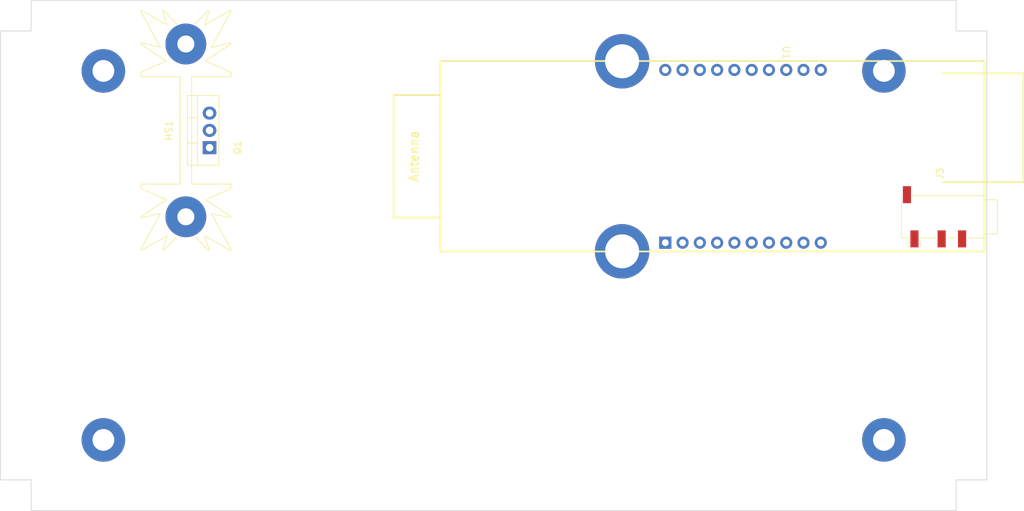
<source format=kicad_pcb>
(kicad_pcb (version 20221018) (generator pcbnew)
  (layers (0 "F.Cu" signal) (31 "B.Cu" signal) (34 "B.Paste" user) (35 "F.Paste" user) (36 "B.SilkS" user "B.Silkscreen") (37 "F.SilkS" user "F.Silkscreen") (38 "B.Mask" user) (39 "F.Mask" user) (44 "Edge.Cuts" user))
  (net 0 "")
  (net 1 "Net-(J2-Pin_1)")
  (net 2 "Net-(J2-Pin_2)")
  (net 3 "Net-(J2-Pin_3)")
  (net 4 "Net-(J2-Pin_4)")
  (footprint "" (layer "F.Cu") (at 167.685 67.66)
    (fp_text reference "" (at 0 0) (layer "F.SilkS") (effects (font (size 1.27 1.27))))
    (fp_text value "" (at 0 0) (layer "F.SilkS") (effects (font (size 1.27 1.27))))
    (pad "1" thru_hole circle (at 0 0) (size 8 8) (drill 5) (layers "*.Cu" "*.Mask"))
  )
  (footprint "" (layer "F.Cu") (at 206.175 69.075)
    (fp_text reference "" (at 0 0) (layer "F.SilkS") (effects (font (size 1.27 1.27))))
    (fp_text value "" (at 0 0) (layer "F.SilkS") (effects (font (size 1.27 1.27))))
    (pad "1" thru_hole circle (at 0 0) (size 6.4 6.4) (drill 3.2) (layers "*.Cu" "*.Mask"))
  )
  (footprint "Heatsink:Heatsink_Fischer_SK104-STC-STIC_35x13mm_2xDrill2.5mm" (layer "F.Cu") (at 103.55 77.82 90)
    (fp_text reference "HS1" (at -0.025 -2.5 90) (layer "F.SilkS"))
    (fp_text value "Heatsink")
    (fp_line (start -17.63 -6.51) (end -15.48 -2.74) (stroke (width 0.12)) (layer "F.SilkS"))
    (fp_line (start -17.63 6.51) (end -15.48 2.74) (stroke (width 0.12)) (layer "F.SilkS"))
    (fp_line (start -17.62 -3.27) (end -15.66 -1.38) (stroke (width 0.12)) (layer "F.SilkS"))
    (fp_line (start -17.62 3.27) (end -15.66 1.38) (stroke (width 0.12)) (layer "F.SilkS"))
    (fp_line (start -17.53 -3.42) (end -17.62 -3.27) (stroke (width 0.12)) (layer "F.SilkS"))
    (fp_line (start -17.53 3.42) (end -17.62 3.27) (stroke (width 0.12)) (layer "F.SilkS"))
    (fp_line (start -17.51 -6.63) (end -17.63 -6.51) (stroke (width 0.12)) (layer "F.SilkS"))
    (fp_line (start -17.51 6.63) (end -17.63 6.51) (stroke (width 0.12)) (layer "F.SilkS"))
    (fp_line (start -15.48 -2.74) (end -17.53 -3.42) (stroke (width 0.12)) (layer "F.SilkS"))
    (fp_line (start -15.48 2.74) (end -17.53 3.42) (stroke (width 0.12)) (layer "F.SilkS"))
    (fp_line (start -12.87 -6.55) (end -12.21 -3.75) (stroke (width 0.12)) (layer "F.SilkS"))
    (fp_line (start -12.87 6.55) (end -12.21 3.75) (stroke (width 0.12)) (layer "F.SilkS"))
    (fp_line (start -12.69 -6.61) (end -12.87 -6.55) (stroke (width 0.12)) (layer "F.SilkS"))
    (fp_line (start -12.69 6.61) (end -12.87 6.55) (stroke (width 0.12)) (layer "F.SilkS"))
    (fp_line (start -12.21 -3.75) (end -17.51 -6.63) (stroke (width 0.12)) (layer "F.SilkS"))
    (fp_line (start -12.21 3.75) (end -17.51 6.63) (stroke (width 0.12)) (layer "F.SilkS"))
    (fp_line (start -10.19 -2.89) (end -12.69 -6.61) (stroke (width 0.12)) (layer "F.SilkS"))
    (fp_line (start -10.19 2.89) (end -12.69 6.61) (stroke (width 0.12)) (layer "F.SilkS"))
    (fp_line (start -8.57 -6.6) (end -10.18 -2.89) (stroke (width 0.12)) (layer "F.SilkS"))
    (fp_line (start -8.57 6.6) (end -10.18 2.89) (stroke (width 0.12)) (layer "F.SilkS"))
    (fp_line (start -7.9 -6.6) (end -8.57 -6.6) (stroke (width 0.12)) (layer "F.SilkS"))
    (fp_line (start -7.9 -0.85) (end -7.9 -6.6) (stroke (width 0.12)) (layer "F.SilkS"))
    (fp_line (start -7.9 0.85) (end -7.9 6.6) (stroke (width 0.12)) (layer "F.SilkS"))
    (fp_line (start -7.9 6.6) (end -8.57 6.6) (stroke (width 0.12)) (layer "F.SilkS"))
    (fp_line (start 0 -0.85) (end -7.9 -0.85) (stroke (width 0.12)) (layer "F.SilkS"))
    (fp_line (start 0 -0.85) (end 7.9 -0.85) (stroke (width 0.12)) (layer "F.SilkS"))
    (fp_line (start 0 0.85) (end -7.9 0.85) (stroke (width 0.12)) (layer "F.SilkS"))
    (fp_line (start 0 0.85) (end 7.9 0.85) (stroke (width 0.12)) (layer "F.SilkS"))
    (fp_line (start 7.9 -6.6) (end 8.57 -6.6) (stroke (width 0.12)) (layer "F.SilkS"))
    (fp_line (start 7.9 -0.85) (end 7.9 -6.6) (stroke (width 0.12)) (layer "F.SilkS"))
    (fp_line (start 7.9 0.85) (end 7.9 6.6) (stroke (width 0.12)) (layer "F.SilkS"))
    (fp_line (start 7.9 6.6) (end 8.57 6.6) (stroke (width 0.12)) (layer "F.SilkS"))
    (fp_line (start 8.57 -6.6) (end 10.18 -2.89) (stroke (width 0.12)) (layer "F.SilkS"))
    (fp_line (start 8.57 6.6) (end 10.18 2.89) (stroke (width 0.12)) (layer "F.SilkS"))
    (fp_line (start 10.19 -2.89) (end 12.69 -6.61) (stroke (width 0.12)) (layer "F.SilkS"))
    (fp_line (start 10.19 2.89) (end 12.69 6.61) (stroke (width 0.12)) (layer "F.SilkS"))
    (fp_line (start 12.21 -3.75) (end 17.51 -6.63) (stroke (width 0.12)) (layer "F.SilkS"))
    (fp_line (start 12.21 3.75) (end 17.51 6.63) (stroke (width 0.12)) (layer "F.SilkS"))
    (fp_line (start 12.69 -6.61) (end 12.87 -6.55) (stroke (width 0.12)) (layer "F.SilkS"))
    (fp_line (start 12.69 6.61) (end 12.87 6.55) (stroke (width 0.12)) (layer "F.SilkS"))
    (fp_line (start 12.87 -6.55) (end 12.21 -3.75) (stroke (width 0.12)) (layer "F.SilkS"))
    (fp_line (start 12.87 6.55) (end 12.21 3.75) (stroke (width 0.12)) (layer "F.SilkS"))
    (fp_line (start 15.48 -2.74) (end 17.53 -3.42) (stroke (width 0.12)) (layer "F.SilkS"))
    (fp_line (start 15.48 2.74) (end 17.53 3.42) (stroke (width 0.12)) (layer "F.SilkS"))
    (fp_line (start 17.51 -6.63) (end 17.63 -6.51) (stroke (width 0.12)) (layer "F.SilkS"))
    (fp_line (start 17.51 6.63) (end 17.63 6.51) (stroke (width 0.12)) (layer "F.SilkS"))
    (fp_line (start 17.53 -3.42) (end 17.62 -3.27) (stroke (width 0.12)) (layer "F.SilkS"))
    (fp_line (start 17.53 3.42) (end 17.62 3.27) (stroke (width 0.12)) (layer "F.SilkS"))
    (fp_line (start 17.62 -3.27) (end 15.66 -1.38) (stroke (width 0.12)) (layer "F.SilkS"))
    (fp_line (start 17.62 3.27) (end 15.66 1.38) (stroke (width 0.12)) (layer "F.SilkS"))
    (fp_line (start 17.63 -6.51) (end 15.48 -2.74) (stroke (width 0.12)) (layer "F.SilkS"))
    (fp_line (start 17.63 6.51) (end 15.48 2.74) (stroke (width 0.12)) (layer "F.SilkS"))
    (pad "1" thru_hole circle (at -12.7 0 270) (size 6 6) (drill 2.5) (layers "*.Cu" "*.Mask"))
    (pad "1" thru_hole circle (at 12.7 0 90) (size 6 6) (drill 2.5) (layers "*.Cu" "*.Mask"))
  )
  (footprint "" (layer "F.Cu") (at 91.425 69.075)
    (fp_text reference "" (at 0 0) (layer "F.SilkS") (effects (font (size 1.27 1.27))))
    (fp_text value "" (at 0 0) (layer "F.SilkS") (effects (font (size 1.27 1.27))))
    (pad "1" thru_hole circle (at 0 0) (size 6.4 6.4) (drill 3.2) (layers "*.Cu" "*.Mask"))
  )
  (footprint "" (layer "F.Cu") (at 206.175 123.325)
    (fp_text reference "" (at 0 0) (layer "F.SilkS") (effects (font (size 1.27 1.27))))
    (fp_text value "" (at 0 0) (layer "F.SilkS") (effects (font (size 1.27 1.27))))
    (pad "1" thru_hole circle (at 0 0) (size 6.4 6.4) (drill 3.2) (layers "*.Cu" "*.Mask"))
  )
  (footprint "mylife-footprints:ESP32-POE" (layer "F.Cu") (at 184.065 81.59 90)
    (fp_text reference "U1" (at 15.2 7.75 -90 unlocked) (layer "F.SilkS"))
    (fp_text value "ESP32-POE")
    (fp_text user "Antenna" (at -0.04 -46.965 90) (layer "F.SilkS") (effects (font (size 1.27 1.27) (thickness 0.254))))
    (fp_line (start -14.03 -43.1) (end 13.97 -43.1) (stroke (width 0.254)) (layer "F.SilkS"))
    (fp_line (start -14.03 30.58) (end -14.03 -43.1) (stroke (width 0.254)) (layer "F.SilkS"))
    (fp_line (start -14.03 30.58) (end -14.03 36.9) (stroke (width 0.254)) (layer "F.SilkS"))
    (fp_line (start -14.03 36.9) (end 13.97 36.9) (stroke (width 0.254)) (layer "F.SilkS"))
    (fp_line (start -9.04 -49.965) (end -9.04 -43.1) (stroke (width 0.254)) (layer "F.SilkS"))
    (fp_line (start -9.04 -49.965) (end 8.96 -49.965) (stroke (width 0.254)) (layer "F.SilkS"))
    (fp_line (start -3.849 42.596) (end -3.849 30.796) (stroke (width 0.254)) (layer "F.SilkS"))
    (fp_line (start 8.96 -49.965) (end 8.96 -43.1) (stroke (width 0.254)) (layer "F.SilkS"))
    (fp_line (start 12.151 30.796) (end 12.151 42.596) (stroke (width 0.254)) (layer "F.SilkS"))
    (fp_line (start 12.151 42.596) (end -3.849 42.596) (stroke (width 0.254)) (layer "F.SilkS"))
    (fp_line (start 13.97 36.9) (end 13.97 -43.1) (stroke (width 0.254)) (layer "F.SilkS"))
    (pad "1" thru_hole rect (at -12.74 -10.03) (size 1.778 1.778) (drill 1) (layers "*.Cu" "*.Mask"))
    (pad "2" thru_hole circle (at -12.74 -7.49) (size 1.778 1.778) (drill 1) (layers "*.Cu" "*.Mask"))
    (pad "3" thru_hole circle (at -12.74 -4.95) (size 1.778 1.778) (drill 1) (layers "*.Cu" "*.Mask"))
    (pad "4" thru_hole circle (at -12.74 -2.41) (size 1.778 1.778) (drill 1) (layers "*.Cu" "*.Mask"))
    (pad "5" thru_hole circle (at -12.74 0.13) (size 1.778 1.778) (drill 1) (layers "*.Cu" "*.Mask"))
    (pad "6" thru_hole circle (at -12.74 2.67) (size 1.778 1.778) (drill 1) (layers "*.Cu" "*.Mask"))
    (pad "7" thru_hole circle (at -12.74 5.21) (size 1.778 1.778) (drill 1) (layers "*.Cu" "*.Mask"))
    (pad "8" thru_hole circle (at -12.74 7.75) (size 1.778 1.778) (drill 1) (layers "*.Cu" "*.Mask"))
    (pad "9" thru_hole circle (at -12.74 10.29) (size 1.778 1.778) (drill 1) (layers "*.Cu" "*.Mask"))
    (pad "10" thru_hole circle (at -12.74 12.83) (size 1.778 1.778) (drill 1) (layers "*.Cu" "*.Mask"))
    (pad "11" thru_hole circle (at 12.66 12.83) (size 1.778 1.778) (drill 1) (layers "*.Cu" "*.Mask"))
    (pad "12" thru_hole circle (at 12.66 10.29) (size 1.778 1.778) (drill 1) (layers "*.Cu" "*.Mask"))
    (pad "13" thru_hole circle (at 12.66 7.75) (size 1.778 1.778) (drill 1) (layers "*.Cu" "*.Mask"))
    (pad "14" thru_hole circle (at 12.66 5.21) (size 1.778 1.778) (drill 1) (layers "*.Cu" "*.Mask"))
    (pad "15" thru_hole circle (at 12.66 2.67) (size 1.778 1.778) (drill 1) (layers "*.Cu" "*.Mask"))
    (pad "16" thru_hole circle (at 12.66 0.13) (size 1.778 1.778) (drill 1) (layers "*.Cu" "*.Mask"))
    (pad "17" thru_hole circle (at 12.66 -2.41) (size 1.778 1.778) (drill 1) (layers "*.Cu" "*.Mask"))
    (pad "18" thru_hole circle (at 12.66 -4.95) (size 1.778 1.778) (drill 1) (layers "*.Cu" "*.Mask"))
    (pad "19" thru_hole circle (at 12.66 -7.49) (size 1.778 1.778) (drill 1) (layers "*.Cu" "*.Mask"))
    (pad "20" thru_hole circle (at 12.66 -10.03) (size 1.778 1.778) (drill 1) (layers "*.Cu" "*.Mask"))
  )
  (footprint "Connector_Audio:Jack_3.5mm_PJ320D_Horizontal" (layer "F.Cu") (at 214.488 90.52 180)
    (fp_text reference "J3" (at 0.05 6.35 90) (layer "F.SilkS"))
    (fp_text value "3.5mm headphone jack")
    (fp_line (start -8.375 -2.5) (end -8.375 2.5) (stroke (width 0.12)) (layer "F.SilkS"))
    (fp_line (start -6.375 -3.1) (end -6.375 -2.5) (stroke (width 0.12)) (layer "F.SilkS"))
    (fp_line (start -6.375 -3.1) (end -4 -3.1) (stroke (width 0.12)) (layer "F.SilkS"))
    (fp_line (start -6.375 -2.5) (end -8.375 -2.5) (stroke (width 0.12)) (layer "F.SilkS"))
    (fp_line (start -6.375 2.5) (end -8.375 2.5) (stroke (width 0.12)) (layer "F.SilkS"))
    (fp_line (start -6.375 2.5) (end -6.375 3.1) (stroke (width 0.12)) (layer "F.SilkS"))
    (fp_line (start -2.35 -3.1) (end -1 -3.1) (stroke (width 0.12)) (layer "F.SilkS"))
    (fp_line (start 0.65 -3.1) (end 3.05 -3.1) (stroke (width 0.12)) (layer "F.SilkS"))
    (fp_line (start 3.05 -3.1) (end 3.05 -4.5) (stroke (width 0.12)) (layer "F.SilkS"))
    (fp_line (start 4.15 3.1) (end -6.375 3.1) (stroke (width 0.12)) (layer "F.SilkS"))
    (fp_line (start 4.6 -3.1) (end 4.6 -4.5) (stroke (width 0.12)) (layer "F.SilkS"))
    (fp_line (start 4.6 -3.1) (end 5.725 -3.1) (stroke (width 0.12)) (layer "F.SilkS"))
    (fp_line (start 5.725 3.1) (end 5.725 -3.1) (stroke (width 0.12)) (layer "F.SilkS"))
    (pad "" np_thru_hole circle (at -4.775 0 180) (size 1.5 1.5) (drill 1.5) (layers "*.Cu" "*.Mask"))
    (pad "" np_thru_hole circle (at 2.225 0 180) (size 1.5 1.5) (drill 1.5) (layers "*.Cu" "*.Mask"))
    (pad "R1" smd rect (at -0.175 -3.25 180) (size 1.2 2.5) (layers "F.Cu" "F.Paste" "F.Mask") (net 3 "Net-(J2-Pin_3)"))
    (pad "R2" smd rect (at -3.175 -3.25 180) (size 1.2 2.5) (layers "F.Cu" "F.Paste" "F.Mask") (net 2 "Net-(J2-Pin_2)"))
    (pad "S" smd rect (at 4.925 3.25 180) (size 1.2 2.5) (layers "F.Cu" "F.Paste" "F.Mask") (net 1 "Net-(J2-Pin_1)"))
    (pad "T" smd rect (at 3.825 -3.25 180) (size 1.2 2.5) (layers "F.Cu" "F.Paste" "F.Mask") (net 4 "Net-(J2-Pin_4)"))
  )
  (footprint "Package_TO_SOT_THT:TO-220-3_Vertical" (layer "F.Cu") (at 107.035 80.36 90)
    (fp_text reference "Q1" (at 0 4.135 90) (layer "F.SilkS"))
    (fp_text value "BT136-600E")
    (fp_line (start -2.58 -3.27) (end -2.58 1.371) (stroke (width 0.12)) (layer "F.SilkS"))
    (fp_line (start -2.58 -3.27) (end 7.66 -3.27) (stroke (width 0.12)) (layer "F.SilkS"))
    (fp_line (start -2.58 -1.76) (end 7.66 -1.76) (stroke (width 0.12)) (layer "F.SilkS"))
    (fp_line (start -2.58 1.371) (end 7.66 1.371) (stroke (width 0.12)) (layer "F.SilkS"))
    (fp_line (start 0.69 -3.27) (end 0.69 -1.76) (stroke (width 0.12)) (layer "F.SilkS"))
    (fp_line (start 4.391 -3.27) (end 4.391 -1.76) (stroke (width 0.12)) (layer "F.SilkS"))
    (fp_line (start 7.66 -3.27) (end 7.66 1.371) (stroke (width 0.12)) (layer "F.SilkS"))
    (pad "1" thru_hole rect (at 0 0 90) (size 1.905 2) (drill 1.1) (layers "*.Cu" "*.Mask"))
    (pad "2" thru_hole oval (at 2.54 0 90) (size 1.905 2) (drill 1.1) (layers "*.Cu" "*.Mask"))
    (pad "3" thru_hole oval (at 5.08 0 90) (size 1.905 2) (drill 1.1) (layers "*.Cu" "*.Mask"))
  )
  (footprint "" (layer "F.Cu") (at 91.425 123.325)
    (fp_text reference "" (at 0 0) (layer "F.SilkS") (effects (font (size 1.27 1.27))))
    (fp_text value "" (at 0 0) (layer "F.SilkS") (effects (font (size 1.27 1.27))))
    (pad "1" thru_hole circle (at 0 0) (size 6.4 6.4) (drill 3.2) (layers "*.Cu" "*.Mask"))
  )
  (footprint "" (layer "F.Cu") (at 167.685 95.6)
    (fp_text reference "" (at 0 0) (layer "F.SilkS") (effects (font (size 1.27 1.27))))
    (fp_text value "" (at 0 0) (layer "F.SilkS") (effects (font (size 1.27 1.27))))
    (pad "1" thru_hole circle (at 0 0) (size 8 8) (drill 5) (layers "*.Cu" "*.Mask"))
  )
  (gr_poly (pts (xy 76.3 103.7) (xy 186.3 103.7) (xy 186.3 133.7) (xy 186.3 103.7)) (stroke (width 0.15)) (fill none) (layer "F.SilkS"))
  (gr_poly (pts (xy 76.3 129.2) (xy 76.3 63.2) (xy 80.8 63.2) (xy 80.8 58.7) (xy 216.8 58.7) (xy 216.8 63.2) (xy 221.3 63.2) (xy 221.3 129.2) (xy 216.8 129.2) (xy 216.8 133.7) (xy 80.8 133.7) (xy 80.8 129.2)) (stroke (width 0.1)) (fill none) (layer "Edge.Cuts"))
)
</source>
